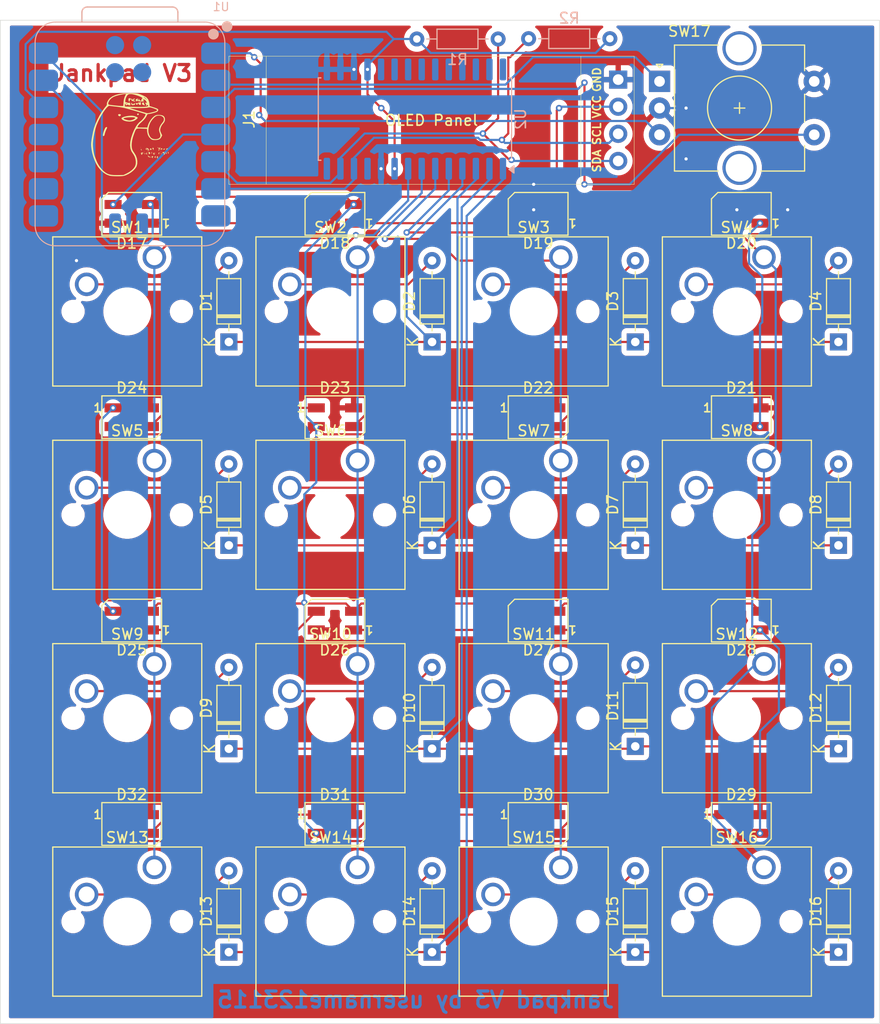
<source format=kicad_pcb>
(kicad_pcb (version 20240108) (generator "pcbnew") (generator_version "8.0")
  (layers (0 "F.Cu" signal) (31 "B.Cu" signal) (34 "B.Paste" user) (35 "F.Paste" user) (36 "B.SilkS" user "B.Silkscreen") (37 "F.SilkS" user "F.Silkscreen") (38 "B.Mask" user) (39 "F.Mask" user) (44 "Edge.Cuts" user))
  (net 0 "")
  (net 1 "Net-(D1-A)")
  (net 2 "Net-(D2-A)")
  (net 3 "Net-(D3-A)")
  (net 4 "Net-(D4-A)")
  (net 5 "Net-(D5-A)")
  (net 6 "Net-(D6-A)")
  (net 7 "Net-(D7-A)")
  (net 8 "Net-(D8-A)")
  (net 9 "Net-(D9-A)")
  (net 14 "GND")
  (net 17 "ROW0")
  (net 20 "ROW1")
  (net 21 "ROW2")
  (net 22 "Net-(D10-A)")
  (net 23 "Net-(D11-A)")
  (net 24 "Net-(D12-A)")
  (net 25 "ROW3")
  (net 26 "Net-(D13-A)")
  (net 27 "Net-(D14-A)")
  (net 28 "Net-(D15-A)")
  (net 29 "Net-(D16-A)")
  (net 30 "Net-(D17-DOUT)")
  (net 31 "+5V")
  (net 32 "NEO")
  (net 33 "Net-(D18-DOUT)")
  (net 34 "Net-(D19-DOUT)")
  (net 35 "Net-(D20-DOUT)")
  (net 36 "Net-(D21-DOUT)")
  (net 37 "Net-(D22-DOUT)")
  (net 38 "Net-(D23-DOUT)")
  (net 39 "Net-(D24-DOUT)")
  (net 40 "Net-(D25-DOUT)")
  (net 41 "Net-(D26-DOUT)")
  (net 42 "Net-(D27-DOUT)")
  (net 43 "Net-(D28-DOUT)")
  (net 44 "Net-(D29-DOUT)")
  (net 45 "Net-(D30-DOUT)")
  (net 46 "Net-(D31-DOUT)")
  (net 48 "SCL")
  (net 49 "SDA")
  (net 50 "+3.3V")
  (net 51 "COL0")
  (net 52 "COL1")
  (net 53 "COL2")
  (net 54 "COL3")
  (net 55 "Net-(U1-GPIO28_A2_D2)")
  (net 56 "Net-(U1-GPIO27_A1_D1)")
  (net 57 "Net-(U1-GPIO26_A0_D0)")
  (footprint "Diode_THT:D_DO-35_SOD27_P7.62mm_Horizontal" (layer "F.Cu") (at 90.4875 60.0075 90)
    (property "Reference" "D2")
    (property "Value" "D")
  )
  (footprint "Diode_THT:D_DO-35_SOD27_P7.62mm_Horizontal" (layer "F.Cu") (at 71.4375 98.1075 90)
    (property "Reference" "D9")
    (property "Value" "D")
  )
  (footprint "Diode_THT:D_DO-35_SOD27_P7.62mm_Horizontal" (layer "F.Cu") (at 109.5375 60.0075 90)
    (property "Reference" "D3")
    (property "Value" "D")
  )
  (footprint "Diode_THT:D_DO-35_SOD27_P7.62mm_Horizontal" (layer "F.Cu") (at 128.5875 79.0575 90)
    (property "Reference" "D8")
    (property "Value" "D")
  )
  (footprint "Diode_THT:D_DO-35_SOD27_P7.62mm_Horizontal" (layer "F.Cu") (at 90.4875 98.1075 90)
    (property "Reference" "D10")
    (property "Value" "D")
  )
  (footprint "Diode_THT:D_DO-35_SOD27_P7.62mm_Horizontal" (layer "F.Cu") (at 71.4375 117.1575 90)
    (property "Reference" "D13")
    (property "Value" "D")
  )
  (footprint "CustomLib:CustomSwitch" (layer "F.Cu") (at 102.5525 90.17)
    (property "Reference" "SW11")
    (property "Value" "SW_Push_45deg")
  )
  (footprint "Rotary_Encoder:RotaryEncoder_Alps_EC11E-Switch_Vertical_H20mm_CircularMountingHoles" (layer "F.Cu") (at 111.8125 35.6)
    (property "Reference" "SW17")
    (property "Value" "RotaryEncoder_Switch")
  )
  (footprint "CustomLib:GoofyLED" (layer "F.Cu") (at 119.48125 86.10625 180)
    (property "Reference" "D28")
    (property "Value" "SK6812MINI")
  )
  (footprint "CustomLib:GoofyLED" (layer "F.Cu") (at 62.33125 86.10625 180)
    (property "Reference" "D25")
    (property "Value" "SK6812MINI")
  )
  (footprint "KiCad-SSD1306-0.91-OLED-4pin-128x32:SSD1306-0.91-OLED-4pin-128x32" (layer "F.Cu") (at 71.4375 33.24375)
    (property "Reference" "J1")
    (property "Value" "Conn_01x04_Pin" (hide yes))
  )
  (footprint "Diode_THT:D_DO-35_SOD27_P7.62mm_Horizontal" (layer "F.Cu") (at 71.4375 79.0575 90)
    (property "Reference" "D5")
    (property "Value" "D")
  )
  (footprint "CustomLib:GoofyLED" (layer "F.Cu") (at 119.48125 67.05625)
    (property "Reference" "D21")
    (property "Value" "SK6812MINI")
  )
  (footprint "CustomLib:CustomSwitch" (layer "F.Cu") (at 121.6025 109.22)
    (property "Reference" "SW16")
    (property "Value" "SW_Push_45deg")
  )
  (footprint "CustomLib:GoofyLED" (layer "F.Cu") (at 119.48125 48.00625 180)
    (property "Reference" "D20")
    (property "Value" "SK6812MINI")
  )
  (footprint "CustomLib:CustomSwitch" (layer "F.Cu") (at 64.4525 52.07)
    (property "Reference" "SW1")
    (property "Value" "SW_Push_45deg")
  )
  (footprint "CustomLib:GoofyLED" (layer "F.Cu") (at 81.38125 48.00625 180)
    (property "Reference" "D18")
    (property "Value" "SK6812MINI")
  )
  (footprint "CustomLib:GoofyLED" (layer "F.Cu") (at 62.33125 48.00625 180)
    (property "Reference" "D17")
    (property "Value" "SK6812MINI")
  )
  (footprint "Diode_THT:D_DO-35_SOD27_P7.62mm_Horizontal" (layer "F.Cu") (at 90.4875 79.0575 90)
    (property "Reference" "D6")
    (property "Value" "D")
  )
  (footprint "CustomLib:CustomSwitch" (layer "F.Cu") (at 64.4525 71.12)
    (property "Reference" "SW5")
    (property "Value" "SW_Push_45deg")
  )
  (footprint "Diode_THT:D_DO-35_SOD27_P7.62mm_Horizontal" (layer "F.Cu") (at 128.5875 117.1575 90)
    (property "Reference" "D16")
    (property "Value" "D")
  )
  (footprint "CustomLib:GoofyLED" (layer "F.Cu") (at 81.38125 105.15625)
    (property "Reference" "D31")
    (property "Value" "SK6812MINI")
  )
  (footprint "CustomLib:GoofyLED" (layer "F.Cu") (at 81.38125 67.05625)
    (property "Reference" "D23")
    (property "Value" "SK6812MINI")
  )
  (footprint "CustomLib:CustomSwitch" (layer "F.Cu") (at 102.5525 71.12)
    (property "Reference" "SW7")
    (property "Value" "SW_Push_45deg")
  )
  (footprint "CustomLib:GoofyLED" (layer "F.Cu") (at 100.43125 48.00625 180)
    (property "Reference" "D19")
    (property "Value" "SK6812MINI")
  )
  (footprint "CustomLib:GoofyLED" (layer "F.Cu") (at 81.38125 86.10625 180)
    (property "Reference" "D26")
    (property "Value" "SK6812MINI")
  )
  (footprint "CustomLib:GoofyLED" (layer "F.Cu") (at 119.48125 105.15625)
    (property "Reference" "D29")
    (property "Value" "SK6812MINI")
  )
  (footprint "Diode_THT:D_DO-35_SOD27_P7.62mm_Horizontal" (layer "F.Cu") (at 109.5375 97.8875 90)
    (property "Reference" "D11")
    (property "Value" "D")
  )
  (footprint "CustomLib:CustomSwitch" (layer "F.Cu") (at 102.5525 109.22)
    (property "Reference" "SW15")
    (property "Value" "SW_Push_45deg")
  )
  (footprint "CustomLib:CustomSwitch" (layer "F.Cu") (at 121.6025 90.17)
    (property "Reference" "SW12")
    (property "Value" "SW_Push_45deg")
  )
  (footprint "CustomLib:CustomSwitch" (layer "F.Cu") (at 102.5525 52.07)
    (property "Reference" "SW3")
    (property "Value" "SW_Push_45deg")
  )
  (footprint "CustomLib:GoofyLED" (layer "F.Cu") (at 62.33125 105.15625)
    (property "Reference" "D32")
    (property "Value" "SK6812MINI")
  )
  (footprint "CustomLib:GoofyLED" (layer "F.Cu") (at 100.43125 105.15625)
    (property "Reference" "D30")
    (property "Value" "SK6812MINI")
  )
  (footprint "Diode_THT:D_DO-35_SOD27_P7.62mm_Horizontal" (layer "F.Cu") (at 128.5875 60.0075 90)
    (property "Reference" "D4")
    (property "Value" "D" (hide yes))
  )
  (footprint "CustomLib:CustomSwitch" (layer "F.Cu") (at 64.4525 90.17)
    (property "Reference" "SW9")
    (property "Value" "SW_Push_45deg")
  )
  (footprint "Diode_THT:D_DO-35_SOD27_P7.62mm_Horizontal" (layer "F.Cu") (at 109.5375 79.0575 90)
    (property "Reference" "D7")
    (property "Value" "D")
  )
  (footprint "Diode_THT:D_DO-35_SOD27_P7.62mm_Horizontal" (layer "F.Cu") (at 109.5375 117.1575 90)
    (property "Reference" "D15")
    (property "Value" "D")
  )
  (footprint "CustomLib:gogy" (layer "F.Cu") (at 62.22 40.58)
    (property "Reference" "G***" (hide yes))
    (property "Value" "LOGO" (hide yes))
  )
  (footprint "CustomLib:CustomSwitch" (layer "F.Cu") (at 64.4525 109.22)
    (property "Reference" "SW13")
    (property "Value" "SW_Push_45deg")
  )
  (footprint "CustomLib:CustomSwitch" (layer "F.Cu") (at 121.6025 52.07)
    (property "Reference" "SW4")
    (property "Value" "SW_Push_45deg")
  )
  (footprint "CustomLib:GoofyLED" (layer "F.Cu") (at 100.43125 86.10625 180)
    (property "Reference" "D27")
    (property "Value" "SK6812MINI")
  )
  (footprint "CustomLib:GoofyLED" (layer "F.Cu") (at 62.33125 67.05625)
    (property "Reference" "D24")
    (property "Value" "SK6812MINI")
  )
  (footprint "CustomLib:GoofyLED" (layer "F.Cu") (at 100.43125 67.05625)
    (property "Reference" "D22")
    (property "Value" "SK6812MINI")
  )
  (footprint "CustomLib:CustomSwitch" (layer "F.Cu") (at 83.5025 52.07)
    (property "Reference" "SW2")
    (property "Value" "SW_Push_45deg")
  )
  (footprint "Diode_THT:D_DO-35_SOD27_P7.62mm_Horizontal" (layer "F.Cu") (at 128.5875 98.1075 90)
    (property "Reference" "D12")
    (property "Value" "D")
  )
  (footprint "CustomLib:CustomSwitch" (layer "F.Cu") (at 83.5025 109.22)
    (property "Reference" "SW14")
    (property "Value" "SW_Push_45deg")
  )
  (footprint "CustomLib:CustomSwitch" (layer "F.Cu") (at 121.6025 71.12)
    (property "Reference" "SW8")
    (property "Value" "SW_Push_45deg")
  )
  (footprint "Diode_THT:D_DO-35_SOD27_P7.62mm_Horizontal" (layer "F.Cu") (at 71.4375 60.0075 90)
    (property "Reference" "D1")
    (property "Value" "D")
  )
  (footprint "Diode_THT:D_DO-35_SOD27_P7.62mm_Horizontal" (layer "F.Cu") (at 90.4875 117.1575 90)
    (property "Reference" "D14")
    (property "Value" "D")
  )
  (footprint "CustomLib:CustomSwitch" (layer "F.Cu") (at 83.5025 71.12)
    (property "Reference" "SW6")
    (property "Value" "SW_Push_45deg")
  )
  (footprint "CustomLib:CustomSwitch" (layer "F.Cu") (at 83.5025 90.17)
    (property "Reference" "SW10")
    (property "Value" "SW_Push_45deg")
  )
  (footprint "Package_SO:SOIC-28W_7.5x17.9mm_P1.27mm" (layer "B.Cu") (at 88.88 39.13 90)
    (property "Reference" "U2")
    (property "Value" "MCP23017_SO")
  )
  (footprint "Seeed Studio XIAO Series Library:XIAO-RP2040-SMD" (layer "B.Cu") (at 62.22 40.58 180)
    (property "Reference" "U1")
    (property "Value" "XIAO-RP2040-SMD")
  )
  (footprint "Resistor_THT:R_Axial_DIN0204_L3.6mm_D1.6mm_P7.62mm_Horizontal" (layer "B.Cu") (at 107.15625 31.6 180)
    (property "Reference" "R2")
    (property "Value" "R")
  )
  (footprint "Resistor_THT:R_Axial_DIN0204_L3.6mm_D1.6mm_P7.62mm_Horizontal" (layer "B.Cu") (at 89.05875 31.63)
    (property "Reference" "R1")
    (property "Value" "R")
  )
  (gr_rect (start 50.00625 29.875) (end 132.43 123.845) (stroke (width 0.05)) (fill none) (layer "Edge.Cuts"))
  (gr_text "Jankpad V3" (at 54.76875 35.71875 0) (layer "F.Cu") (effects (font (size 1.5 1.5) (thickness 0.3) (bold yes)) (justify left bottom)))
  (gr_text "Jankpad V3 by username123115" (at 107.7 122.5 -0) (layer "B.Cu") (effects (font (size 1.5 1.5) (thickness 0.3) (bold yes)) (justify left bottom mirror)))
  (segment (start 58.1025 54.61) (end 69.215 54.61) (width 0.2) (layer "F.Cu") (net 1))
  (segment (start 69.215 54.61) (end 71.4375 52.3875) (width 0.2) (layer "F.Cu") (net 1))
  (segment (start 88.265 54.61) (end 90.4875 52.3875) (width 0.2) (layer "F.Cu") (net 2))
  (segment (start 77.1525 54.61) (end 88.265 54.61) (width 0.2) (layer "F.Cu") (net 2))
  (segment (start 107.315 54.61) (end 109.5375 52.3875) (width 0.2) (layer "F.Cu") (net 3))
  (segment (start 96.2025 54.61) (end 107.315 54.61) (width 0.2) (layer "F.Cu") (net 3))
  (segment (start 126.365 54.61) (end 128.5875 52.3875) (width 0.2) (layer "F.Cu") (net 4))
  (segment (start 115.2525 54.61) (end 126.365 54.61) (width 0.2) (layer "F.Cu") (net 4))
  (segment (start 58.1025 73.66) (end 69.215 73.66) (width 0.2) (layer "F.Cu") (net 5))
  (segment (start 69.215 73.66) (end 71.4375 71.4375) (width 0.2) (layer "F.Cu") (net 5))
  (segment (start 88.265 73.66) (end 90.4875 71.4375) (width 0.2) (layer "F.Cu") (net 6))
  (segment (start 77.1525 73.66) (end 88.265 73.66) (width 0.2) (layer "F.Cu") (net 6))
  (segment (start 107.315 73.66) (end 109.5375 71.4375) (width 0.2) (layer "F.Cu") (net 7))
  (segment (start 96.2025 73.66) (end 107.315 73.66) (width 0.2) (layer "F.Cu") (net 7))
  (segment (start 126.365 73.66) (end 128.5875 71.4375) (width 0.2) (layer "F.Cu") (net 8))
  (segment (start 115.2525 73.66) (end 126.365 73.66) (width 0.2) (layer "F.Cu") (net 8))
  (segment (start 69.215 92.71) (end 71.4375 90.4875) (width 0.2) (layer "F.Cu") (net 9))
  (segment (start 58.1025 92.71) (end 69.215 92.71) (width 0.2) (layer "F.Cu") (net 9))
  (segment (start 98.75625 48.88125) (end 100.0125 47.625) (width 0.2) (layer "F.Cu") (net 14))
  (segment (start 117.80625 48.88125) (end 119.0625 47.625) (width 0.2) (layer "F.Cu") (net 14))
  (segment (start 117.73125 48.88125) (end 117.80625 48.88125) (width 0.2) (layer "F.Cu") (net 14))
  (segment (start 98.68125 48.88125) (end 98.75625 48.88125) (width 0.2) (layer "F.Cu") (net 14))
  (segment (start 85.705 43.78) (end 83.165 41.24) (width 0.2) (layer "F.Cu") (net 14))
  (segment (start 83.165 41.24) (end 83.165 34.48) (width 0.2) (layer "F.Cu") (net 14))
  (segment (start 114.3 38.1) (end 114.3 42.8625) (width 0.2) (layer "F.Cu") (net 14))
  (via (at 83.165 34.48) (size 0.6) (drill 0.3) (layers "F.Cu" "B.Cu") (net 14))
  (via (at 123.825 47.625) (size 0.6) (drill 0.3) (layers "F.Cu" "B.Cu") (net 14))
  (via (at 100.0125 45.24375) (size 0.6) (drill 0.3) (layers "F.Cu" "B.Cu") (net 14))
  (via (at 119.0625 47.625) (size 0.6) (drill 0.3) (layers "F.Cu" "B.Cu") (net 14))
  (via (at 100.0125 47.625) (size 0.6) (drill 0.3) (layers "F.Cu" "B.Cu") (net 14))
  (via (at 114.3 42.8625) (size 0.6) (drill 0.3) (layers "F.Cu" "B.Cu") (net 14))
  (via (at 114.3 38.1) (size 0.6) (drill 0.3) (layers "F.Cu" "B.Cu") (net 14))
  (via (at 85.705 43.78) (size 0.6) (drill 0.3) (layers "F.Cu" "B.Cu") (net 14))
  (via (at 57.15 52.3875) (size 0.6) (drill 0.3) (layers "F.Cu" "B.Cu") (net 14))
  (segment (start 57.15 38.595) (end 57.15 52.3875) (width 0.2) (layer "B.Cu") (net 14))
  (segment (start 54.055 35.5) (end 57.15 38.595) (width 0.2) (layer "B.Cu") (net 14))
  (segment (start 100.0125 47.625) (end 100.0125 45.24375) (width 0.2) (layer "B.Cu") (net 14))
  (segment (start 111.8125 38.1) (end 114.3 38.1) (width 0.2) (layer "B.Cu") (net 14))
  (segment (start 119.0625 47.625) (end 123.825 47.625) (width 0.2) (layer "B.Cu") (net 14))
  (segment (start 109.5375 60.0075) (end 128.5875 60.0075) (width 0.2) (layer "F.Cu") (net 17))
  (segment (start 90.4875 60.0075) (end 109.5375 60.0075) (width 0.2) (layer "F.Cu") (net 17))
  (segment (start 71.4375 60.0075) (end 90.4875 60.0075) (width 0.2) (layer "F.Cu") (net 17))
  (segment (start 90.4875 60.0075) (end 88.10625 57.62625) (width 0.2) (layer "B.Cu") (net 17))
  (segment (start 93.325 45.380919) (end 93.325 43.78) (width 0.2) (layer "B.Cu") (net 17))
  (segment (start 88.354779 50.35114) (end 93.325 45.380919) (width 0.2) (layer "B.Cu") (net 17))
  (segment (start 88.10625 57.62625) (end 88.10625 50.35114) (width 0.2) (layer "B.Cu") (net 17))
  (segment (start 88.10625 50.35114) (end 88.354779 50.35114) (width 0.2) (layer "B.Cu") (net 17))
  (segment (start 90.4875 79.0575) (end 109.5375 79.0575) (width 0.2) (layer "F.Cu") (net 20))
  (segment (start 109.5375 79.0575) (end 128.5875 79.0575) (width 0.2) (layer "F.Cu") (net 20))
  (segment (start 71.4375 79.0575) (end 90.4875 79.0575) (width 0.2) (layer "F.Cu") (net 20))
  (segment (start 94.595 44.804999) (end 94.595 43.78) (width 0.2) (layer "B.Cu") (net 20))
  (segment (start 90.4875 79.0575) (end 92.86875 76.67625) (width 0.2) (layer "B.Cu") (net 20))
  (segment (start 92.86875 46.531249) (end 94.595 44.804999) (width 0.2) (layer "B.Cu") (net 20))
  (segment (start 92.86875 76.67625) (end 92.86875 46.531249) (width 0.2) (layer "B.Cu") (net 20))
  (segment (start 90.4875 98.1075) (end 109.3175 98.1075) (width 0.2) (layer "F.Cu") (net 21))
  (segment (start 109.3175 98.1075) (end 109.5375 97.8875) (width 0.2) (layer "F.Cu") (net 21))
  (segment (start 109.5375 97.8875) (end 128.3675 97.8875) (width 0.2) (layer "F.Cu") (net 21))
  (segment (start 71.4375 98.1075) (end 90.4875 98.1075) (width 0.2) (layer "F.Cu") (net 21))
  (segment (start 128.3675 97.8875) (end 128.5875 98.1075) (width 0.2) (layer "F.Cu") (net 21))
  (segment (start 93.26875 47.401249) (end 95.865 44.804999) (width 0.2) (layer "B.Cu") (net 21))
  (segment (start 90.4875 98.1075) (end 93.26875 95.32625) (width 0.2) (layer "B.Cu") (net 21))
  (segment (start 95.865 44.804999) (end 95.865 43.78) (width 0.2) (layer "B.Cu") (net 21))
  (segment (start 93.26875 95.32625) (end 93.26875 47.401249) (width 0.2) (layer "B.Cu") (net 21))
  (segment (start 77.1525 92.71) (end 88.265 92.71) (width 0.2) (layer "F.Cu") (net 22))
  (segment (start 88.265 92.71) (end 90.4875 90.4875) (width 0.2) (layer "F.Cu") (net 22))
  (segment (start 96.2025 92.71) (end 107.095 92.71) (width 0.2) (layer "F.Cu") (net 23))
  (segment (start 107.095 92.71) (end 109.5375 90.2675) (width 0.2) (layer "F.Cu") (net 23))
  (segment (start 126.365 92.71) (end 128.5875 90.4875) (width 0.2) (layer "F.Cu") (net 24))
  (segment (start 115.2525 92.71) (end 126.365 92.71) (width 0.2) (layer "F.Cu") (net 24))
  (segment (start 109.5375 117.1575) (end 128.5875 117.1575) (width 0.2) (layer "F.Cu") (net 25))
  (segment (start 71.4375 117.1575) (end 90.4875 117.1575) (width 0.2) (layer "F.Cu") (net 25))
  (segment (start 90.4875 117.1575) (end 109.5375 117.1575) (width 0.2) (layer "F.Cu") (net 25))
  (segment (start 93.7325 48.207499) (end 97.135 44.804999) (width 0.2) (layer "B.Cu") (net 25))
  (segment (start 97.135 44.804999) (end 97.135 43.78) (width 0.2) (layer "B.Cu") (net 25))
  (segment (start 93.7325 113.9125) (end 93.7325 48.207499) (width 0.2) (layer "B.Cu") (net 25))
  (segment (start 90.4875 117.1575) (end 93.7325 113.9125) (width 0.2) (layer "B.Cu") (net 25))
  (segment (start 58.1025 111.76) (end 69.215 111.76) (width 0.2) (layer "F.Cu") (net 26))
  (segment (start 69.215 111.76) (end 71.4375 109.5375) (width 0.2) (layer "F.Cu") (net 26))
  (segment (start 88.265 111.76) (end 90.4875 109.5375) (width 0.2) (layer "F.Cu") (net 27))
  (segment (start 77.1525 111.76) (end 88.265 111.76) (width 0.2) (layer "F.Cu") (net 27))
  (segment (start 96.2025 111.76) (end 107.315 111.76) (width 0.2) (layer "F.Cu") (net 28))
  (segment (start 107.315 111.76) (end 109.5375 109.5375) (width 0.2) (layer "F.Cu") (net 28))
  (segment (start 115.2525 111.76) (end 126.365 111.76) (width 0.2) (layer "F.Cu") (net 29))
  (segment (start 126.365 111.76) (end 128.5875 109.5375) (width 0.2) (layer "F.Cu") (net 29))
  (segment (start 77.88125 48.88125) (end 79.63125 47.13125) (width 0.2) (layer "F.Cu") (net 30))
  (segment (start 64.08125 48.88125) (end 77.88125 48.88125) (width 0.2) (layer "F.Cu") (net 30))
  (segment (start 117.73125 106.03125) (end 117.00625 106.75625) (width 0.2) (layer "F.Cu") (net 31))
  (segment (start 83.85625 84.50625) (end 101.45625 84.50625) (width 0.2) (layer "F.Cu") (net 31))
  (segment (start 78.90625 106.75625) (end 61.30625 106.75625) (width 0.2) (layer "F.Cu") (net 31))
  (segment (start 80.35625 106.75625) (end 79.63125 106.03125) (width 0.2) (layer "F.Cu") (net 31))
  (segment (start 83.13125 85.23125) (end 83.85625 84.50625) (width 0.2) (layer "F.Cu") (net 31))
  (segment (start 101.45625 46.40625) (end 102.18125 47.13125) (width 0.2) (layer "F.Cu") (net 31))
  (segment (start 82.40625 46.40625) (end 83.13125 47.13125) (width 0.2) (layer "F.Cu") (net 31))
  (segment (start 76.2 84.50625) (end 78.427045 84.50625) (width 0.2) (layer "F.Cu") (net 31))
  (segment (start 80.35625 68.65625) (end 79.63125 67.93125) (width 0.2) (layer "F.Cu") (net 31))
  (segment (start 99.40625 106.75625) (end 98.68125 106.03125) (width 0.2) (layer "F.Cu") (net 31))
  (segment (start 79.63125 67.93125) (end 78.90625 68.65625) (width 0.2) (layer "F.Cu") (net 31))
  (segment (start 120.50625 84.50625) (end 121.23125 85.23125) (width 0.2) (layer "F.Cu") (net 31))
  (segment (start 83.85625 46.40625) (end 101.45625 46.40625) (width 0.2) (layer "F.Cu") (net 31))
  (segment (start 78.427045 84.50625) (end 78.511157 84.422138) (width 0.2) (layer "F.Cu") (net 31))
  (segment (start 117.00625 68.65625) (end 99.40625 68.65625) (width 0.2) (layer "F.Cu") (net 31))
  (segment (start 102.18125 38.3125) (end 102.39375 38.1) (width 0.2) (layer "F.Cu") (net 31))
  (segment (start 120.50625 46.40625) (end 121.23125 47.13125) (width 0.2) (layer "F.Cu") (net 31))
  (segment (start 64.80625 84.50625) (end 76.2 84.50625) (width 0.2) (layer "F.Cu") (net 31))
  (segment (start 101.45625 84.50625) (end 102.18125 85.23125) (width 0.2) (layer "F.Cu") (net 31))
  (segment (start 102.18125 47.13125) (end 102.18125 38.3125) (width 0.2) (layer "F.Cu") (net 31))
  (segment (start 79.63125 106.03125) (end 78.90625 106.75625) (width 0.2) (layer "F.Cu") (net 31))
  (segment (start 83.13125 47.13125) (end 83.85625 46.40625) (width 0.2) (layer "F.Cu") (net 31))
  (segment (start 98.68125 106.03125) (end 97.95625 106.75625) (width 0.2) (layer "F.Cu") (net 31))
  (segment (start 61.30625 106.75625) (end 60.58125 106.03125) (width 0.2) (layer "F.Cu") (net 31))
  (segment (start 102.90625 46.40625) (end 120.50625 46.40625) (width 0.2) (layer "F.Cu") (net 31))
  (segment (start 78.90625 68.65625) (end 61.30625 68.65625) (width 0.2) (layer "F.Cu") (net 31))
  (segment (start 82.40625 84.50625) (end 83.13125 85.23125) (width 0.2) (layer "F.Cu") (net 31))
  (segment (start 117.73125 67.93125) (end 117.00625 68.65625) (width 0.2) (layer "F.Cu") (net 31))
  (segment (start 64.08125 85.23125) (end 64.80625 84.50625) (width 0.2) (layer "F.Cu") (net 31))
  (segment (start 99.40625 68.65625) (end 98.68125 67.93125) (width 0.2) (layer "F.Cu") (net 31))
  (segment (start 102.18125 85.23125) (end 102.90625 84.50625) (width 0.2) (layer "F.Cu") (net 31))
  (segment (start 117.00625 106.75625) (end 99.40625 106.75625) (width 0.2) (layer "F.Cu") (net 31))
  (segment (start 97.95625 106.75625) (end 80.35625 106.75625) (width 0.2) (layer "F.Cu") (net 31))
  (segment (start 102.18125 47.13125) (end 102.90625 46.40625) (width 0.2) (layer "F.Cu") (net 31))
  (segment (start 76.2 84.50625) (end 82.40625 84.50625) (width 0.2) (layer "F.Cu") (net 31))
  (segment (start 98.68125 67.93125) (end 97.95625 68.65625) (width 0.2) (layer "F.Cu") (net 31))
  (segment (start 64.80625 46.40625) (end 82.40625 46.40625) (width 0.2) (layer "F.Cu") (net 31))
  (segment (start 64.08125 47.13125) (end 64.80625 46.40625) (width 0.2) (layer "F.Cu") (net 31))
  (segment (start 97.95625 68.65625) (end 80.35625 68.65625) (width 0.2) (layer "F.Cu") (net 31))
  (segment (start 61.30625 68.65625) (end 60.58125 67.93125) (width 0.2) (layer "F.Cu") (net 31))
  (segment (start 102.90625 84.50625) (end 120.50625 84.50625) (width 0.2) (layer "F.Cu") (net 31))
  (via (at 78.511157 84.422138) (size 0.6) (drill 0.3) (layers "F.Cu" "B.Cu") (net 31))
  (via (at 83.13125 47.13125) (size 0.6) (drill 0.3) (layers "F.Cu" "B.Cu") (net 31))
  (via (at 64.08125 47.13125) (size 0.6) (drill 0.3) (layers "F.Cu" "B.Cu") (net 31))
  (via (at 102.39375 38.1) (size 0.6) (drill 0.3) (layers "F.Cu" "B.Cu") (net 31))
  (via (at 79.63125 67.93125) (size 0.6) (drill 0.3) (layers "F.Cu" "B.Cu") (net 31))
  (via (at 79.63125 106.03125) (size 0.6) (drill 0.3) (layers "F.Cu" "B.Cu") (net 31))
  (segment (start 78.511157 74.281242) (end 79.63125 73.161149) (width 0.2) (layer "B.Cu") (net 31))
  (segment (start 78.6125 66.9125) (end 78.6125 51.65) (width 0.2) (layer "B.Cu") (net 31))
  (segment (start 79.63125 67.93125) (end 78.6125 66.9125) (width 0.2) (layer "B.Cu") (net 31))
  (segment (start 78.5525 104.9525) (end 79.63125 106.03125) (width 0.2) (layer "B.Cu") (net 31))
  (segment (start 102.52 37.97375) (end 107.9375 37.97375) (width 0.2) (layer "B.Cu") (net 31))
  (segment (start 59.53125 38.43625) (end 59.53125 50.054042) (width 0.2) (layer "B.Cu") (net 31))
  (segment (start 78.511157 84.422138) (end 78.511157 74.281242) (width 0.2) (layer "B.Cu") (net 31))
  (segment (start 59.53125 50.054042) (end 60.247208 50.77) (width 0.2) (layer "B.Cu") (net 31))
  (segment (start 78.5525 84.463481) (end 78.5525 104.9525) (width 0.2) (layer "B.Cu") (net 31))
  (segment (start 63.828792 50.77) (end 64.29375 50.305042) (width 0.2) (layer "B.Cu") (net 31))
  (segment (start 54.055 32.96) (end 59.53125 38.43625) (width 0.2) (layer "B.Cu") (net 31))
  (segment (start 78.6125 51.65) (end 83.13125 47.13125) (width 0.2) (layer "B.Cu") (net 31))
  (segment (start 64.29375 50.305042) (end 64.29375 47.34375) (width 0.2) (layer "B.Cu") (net 31))
  (segment (start 60.247208 50.77) (end 63.828792 50.77) (width 0.2) (layer "B.Cu") (net 31))
  (segment (start 64.29375 47.34375) (end 64.08125 47.13125) (width 0.2) (layer "B.Cu") (net 31))
  (segment (start 79.63125 73.161149) (end 79.63125 67.93125) (width 0.2) (layer "B.Cu") (net 31))
  (segment (start 102.39375 38.1) (end 102.52 37.97375) (width 0.2) (layer "B.Cu") (net 31))
  (segment (start 78.511157 84.422138) (end 78.5525 84.463481) (width 0.2) (layer "B.Cu") (net 31))
  (via (at 60.58125 47.13125) (size 0.6) (drill 0.3) (layers "F.Cu" "B.Cu") (net 32))
  (segment (start 67.1325 40.58) (end 60.58125 47.13125) (width 0.2) (layer "B.Cu") (net 32))
  (segment (start 70.22 40.58) (end 67.1325 40.58) (width 0.2) (layer "B.Cu") (net 32))
  (segment (start 83.13125 48.88125) (end 96.93125 48.88125) (width 0.2) (layer "F.Cu") (net 33))
  (segment (start 96.93125 48.88125) (end 98.68125 47.13125) (width 0.2) (layer "F.Cu") (net 33))
  (segment (start 115.98125 48.88125) (end 117.73125 47.13125) (width 0.2) (layer "F.Cu") (net 34))
  (segment (start 102.18125 48.88125) (end 115.98125 48.88125) (width 0.2) (layer "F.Cu") (net 34))
  (via (at 121.23125 48.88125) (size 0.6) (drill 0.3) (layers "F.Cu" "B.Cu") (net 35))
  (via (at 121.23125 67.93125) (size 0.6) (drill 0.3) (layers "F.Cu" "B.Cu") (net 35))
  (segment (start 121.44375 53.891149) (end 120.2025 52.649899) (width 0.2) (layer "B.Cu") (net 35))
  (segment (start 121.44375 58.151694) (end 121.44375 53.891149) (width 0.2) (layer "B.Cu") (net 35))
  (segment (start 120.2025 49.91) (end 121.23125 48.88125) (width 0.2) (layer "B.Cu") (net 35))
  (segment (start 120.2025 52.649899) (end 120.2025 49.91) (width 0.2) (layer "B.Cu") (net 35))
  (segment (start 121.23125 67.93125) (end 121.23125 58.364194) (width 0.2) (layer "B.Cu") (net 35))
  (segment (start 121.23125 58.364194) (end 121.44375 58.151694) (width 0.2) (layer "B.Cu") (net 35))
  (segment (start 103.93125 66.18125) (end 102.18125 67.93125) (width 0.2) (layer "F.Cu") (net 36))
  (segment (start 117.73125 66.18125) (end 103.93125 66.18125) (width 0.2) (layer "F.Cu") (net 36))
  (segment (start 98.68125 66.18125) (end 84.88125 66.18125) (width 0.2) (layer "F.Cu") (net 37))
  (segment (start 84.88125 66.18125) (end 83.13125 67.93125) (width 0.2) (layer "F.Cu") (net 37))
  (segment (start 65.83125 66.18125) (end 64.08125 67.93125) (width 0.2) (layer "F.Cu") (net 38))
  (segment (start 79.63125 66.18125) (end 65.83125 66.18125) (width 0.2) (layer "F.Cu") (net 38))
  (via (at 60.58125 66.18125) (size 0.6) (drill 0.3) (layers "F.Cu" "B.Cu") (net 39))
  (via (at 60.58125 85.23125) (size 0.6) (drill 0.3) (layers "F.Cu" "B.Cu") (net 39))
  (segment (start 59.53125 84.18125) (end 60.58125 85.23125) (width 0.2) (layer "B.Cu") (net 39))
  (segment (start 60.58125 66.18125) (end 59.53125 67.23125) (width 0.2) (layer "B.Cu") (net 39))
  (segment (start 59.53125 67.23125) (end 59.53125 84.18125) (width 0.2) (layer "B.Cu") (net 39))
  (segment (start 64.08125 86.98125) (end 77.88125 86.98125) (width 0.2) (layer "F.Cu") (net 40))
  (segment (start 77.88125 86.98125) (end 79.63125 85.23125) (width 0.2) (layer "F.Cu") (net 40))
  (segment (start 96.93125 86.98125) (end 98.68125 85.23125) (width 0.2) (layer "F.Cu") (net 41))
  (segment (start 83.13125 86.98125) (end 96.93125 86.98125) (width 0.2) (layer "F.Cu") (net 41))
  (segment (start 102.18125 86.98125) (end 115.98125 86.98125) (width 0.2) (layer "F.Cu") (net 42))
  (segment (start 115.98125 86.98125) (end 117.73125 85.23125) (width 0.2) (layer "F.Cu") (net 42))
  (via (at 121.23125 106.03125) (size 0.6) (drill 0.3) (layers "F.Cu" "B.Cu") (net 43))
  (via (at 121.23125 86.98125) (size 0.6) (drill 0.3) (layers "F.Cu" "B.Cu") (net 43))
  (segment (start 123.0025 88.7525) (end 123.0025 94.692944) (width 0.2) (layer "B.Cu") (net 43))
  (segment (start 123.0025 94.692944) (end 121.23125 96.464194) (width 0.2) (layer "B.Cu") (net 43))
  (segment (start 121.23125 96.464194) (end 121.23125 106.03125) (width 0.2) (layer "B.Cu") (net 43))
  (segment (start 121.23125 86.98125) (end 123.0025 88.7525) (width 0.2) (layer "B.Cu") (net 43))
  (segment (start 117.73125 104.28125) (end 103.93125 104.28125) (width 0.2) (layer "F.Cu") (net 44))
  (segment (start 103.93125 104.28125) (end 102.18125 106.03125) (width 0.2) (layer "F.Cu") (net 44))
  (segment (start 84.88125 104.28125) (end 83.13125 106.03125) (width 0.2) (layer "F.Cu") (net 45))
  (segment (start 98.68125 104.28125) (end 84.88125 104.28125) (width 0.2) (layer "F.Cu") (net 45))
  (segment (start 79.63125 104.28125) (end 65.83125 104.28125) (width 0.2) (layer "F.Cu") (net 46))
  (segment (start 65.83125 104.28125) (end 64.08125 106.03125) (width 0.2) (layer "F.Cu") (net 46))
  (segment (start 97.63125 40.48125) (end 97.03125 41.08125) (width 0.2) (layer "F.Cu") (net 48))
  (segment (start 97.79875 33.3375) (end 99.53625 31.6) (width 0.2) (layer "F.Cu") (net 48))
  (segment (start 97.63125 33.3375) (end 97.79875 33.3375) (width 0.2) (layer "F.Cu") (net 48))
  (segment (start 97.63125 40.48125) (end 97.63125 33.3375) (width 0.2) (layer "F.Cu") (net 48))
  (via (at 97.03125 41.08125) (size 0.6) (drill 0.3) (layers "F.Cu" "B.Cu") (net 48))
  (segment (start 107.9375 40.51375) (end 107.0875 41.36375) (width 0.2) (layer "B.Cu") (net 48))
  (segment (start 83.165 44.804999) (end 83.165 43.78) (width 0.2) (layer "B.Cu") (net 48))
  (segment (start 82.309999 45.66) (end 83.165 44.804999) (width 0.2) (layer "B.Cu") (net 48))
  (segment (start 85.038751 40.88125) (end 94.801471 40.88125) (width 0.2) (layer "B.Cu") (net 48))
  (segment (start 83.165 42.755001) (end 85.038751 40.88125) (width 0.2) (layer "B.Cu") (net 48))
  (segment (start 95.001471 41.08125) (end 97.03125 41.08125) (width 0.2) (layer "B.Cu") (net 48))
  (segment (start 97.31375 41.36375) (end 97.03125 41.08125) (width 0.2) (layer "B.Cu") (net 48))
  (segment (start 70.22 45.66) (end 82.309999 45.66) (width 0.2) (layer "B.Cu") (net 48))
  (segment (start 94.801471 40.88125) (end 95.001471 41.08125) (width 0.2) (layer "B.Cu") (net 48))
  (segment (start 83.165 43.78) (end 83.165 42.755001) (width 0.2) (layer "B.Cu") (net 48))
  (segment (start 107.0875 41.36375) (end 97.31375 41.36375) (width 0.2) (layer "B.Cu") (net 48))
  (segment (start 95.25 40.48125) (end 96.67875 39.0525) (width 0.2) (layer "F.Cu") (net 49))
  (segment (start 96.67875 39.0525) (end 96.67875 31.63) (width 0.2) (layer "F.Cu") (net 49))
  (segment (start 95.25 40.48125) (end 97.71951 42.95076) (width 0.2) (layer "F.Cu") (net 49))
  (segment (start 97.71951 42.95076) (end 97.934999 42.95076) (width 0.2) (layer "F.Cu") (net 49))
  (via (at 95.25 40.48125) (size 0.6) (drill 0.3) (layers "F.Cu" "B.Cu") (net 49))
  (via (at 97.934999 42.95076) (size 0.6) (drill 0.3) (layers "F.Cu" "B.Cu") (net 49))
  (segment (start 98.037989 43.05375) (end 107.9375 43.05375) (width 0.2) (layer "B.Cu") (net 49))
  (segment (start 84.168751 40.48125) (end 95.25 40.48125) (width 0.2) (layer "B.Cu") (net 49))
  (segment (start 81.895 43.78) (end 81.895 42.755001) (width 0.2) (layer "B.Cu") (net 49))
  (segment (start 81.895 42.755001) (end 84.168751 40.48125) (width 0.2) (layer "B.Cu") (net 49))
  (segment (start 70.22 43.12) (end 72.205 45.105) (width 0.2) (layer "B.Cu") (net 49))
  (segment (start 72.205 45.105) (end 80.965552 45.105) (width 0.2) (layer "B.Cu") (net 49))
  (segment (start 80.965552 45.105) (end 81.895 44.175552) (width 0.2) (layer "B.Cu") (net 49))
  (segment (start 97.934999 42.95076) (end 98.037989 43.05375) (width 0.2) (layer "B.Cu") (net 49))
  (segment (start 81.895 44.175552) (end 81.895 43.78) (width 0.2) (layer "B.Cu") (net 49))
  (segment (start 84.435 36.81) (end 84.435 34.48) (width 0.2) (layer "F.Cu") (net 50))
  (segment (start 85.725 38.1) (end 84.435 36.81) (width 0.2) (layer "F.Cu") (net 50))
  (segment (start 86.975 39.35) (end 86.975 43.78) (width 0.2) (layer "F.Cu") (net 50))
  (segment (start 85.725 38.1) (end 86.975 39.35) (width 0.2) (layer "F.Cu") (net 50))
  (via (at 86.975 43.78) (size 0.6) (drill 0.3) (layers "F.Cu" "B.Cu") (net 50))
  (via (at 85.725 38.1) (size 0.6) (drill 0.3) (layers "F.Cu" "B.Cu") (net 50))
  (via (at 84.435 34.48) (size 0.6) (drill 0.3) (layers "F.Cu" "B.Cu") (net 50))
  (segment (start 52.38 32.121358) (end 53.545108 30.95625) (width 0.2) (layer "B.Cu") (net 50))
  (segment (start 54.055 38.04) (end 52.38 36.365) (width 0.2) (layer "B.Cu") (net 50))
  (segment (start 84.435 35.504999) (end 84.435 34.48) (width 0.2) (layer "B.Cu") (net 50))
  (segment (start 86.889448 31.63) (end 89.05875 31.63) (width 0.2) (layer "B.Cu") (net 50))
  (segment (start 90.36625 32.9375) (end 89.05875 31.63) (width 0.2) (layer "B.Cu") (net 50))
  (segment (start 107.15625 31.6) (end 105.81875 32.9375) (width 0.2) (layer "B.Cu") (net 50))
  (segment (start 52.38 36.365) (end 52.38 32.121358) (width 0.2) (layer "B.Cu") (net 50))
  (segment (start 84.435 34.48) (end 84.435 34.084448) (width 0.2) (layer "B.Cu") (net 50))
  (segment (start 105.81875 32.9375) (end 90.36625 32.9375) (width 0.2) (layer "B.Cu") (net 50))
  (segment (start 53.545108 30.95625) (end 86.215698 30.95625) (width 0.2) (layer "B.Cu") (net 50))
  (segment (start 86.215698 30.95625) (end 86.889448 31.63) (width 0.2) (layer "B.Cu") (net 50))
  (segment (start 84.435 34.084448) (end 86.889448 31.63) (width 0.2) (layer "B.Cu") (net 50))
  (segment (start 82.379999 50.970001) (end 83.34375 50.00625) (width 0.2) (layer "F.Cu") (net 51))
  (segment (start 65.552499 50.970001) (end 82.379999 50.970001) (width 0.2) (layer "F.Cu") (net 51))
  (segment (start 64.4525 52.07) (end 65.552499 50.970001) (width 0.2) (layer "F.Cu") (net 51))
  (via (at 83.34375 50.00625) (size 0.6) (drill 0.3) (layers "F.Cu" "B.Cu") (net 51))
  (segment (start 64.4525 109.22) (end 64.4525 90.17) (width 0.2) (layer "B.Cu") (net 51))
  (segment (start 64.4525 90.17) (end 64.4525 71.12) (width 0.2) (layer "B.Cu") (net 51))
  (segment (start 85.000564 50.00625) (end 88.245 46.761814) (width 0.2) (layer "B.Cu") (net 51))
  (segment (start 83.34375 50.00625) (end 85.000564 50.00625) (width 0.2) (layer "B.Cu") (net 51))
  (segment (start 88.245 46.761814) (end 88.245 43.78) (width 0.2) (layer "B.Cu") (net 51))
  (segment (start 64.4525 71.12) (end 64.4525 52.07) (width 0.2) (layer "B.Cu") (net 51))
  (segment (start 83.5025 52.07) (end 89.515 46.0575) (width 0.2) (layer "B.Cu") (net 52))
  (segment (start 89.515 46.0575) (end 89.515 43.78) (width 0.2) (layer "B.Cu") (net 52))
  (segment (start 83.5025 71.12) (end 83.5025 90.17) (width 0.2) (layer "B.Cu") (net 52))
  (segment (start 83.5025 52.07) (end 83.5025 71.12) (width 0.2) (layer "B.Cu") (net 52))
  (segment (start 83.5025 90.17) (end 83.5025 109.22) (width 0.2) (layer "B.Cu") (net 52))
  (segment (start 102.235 52.3875) (end 92.86875 52.3875) (width 0.2) (layer "F.Cu") (net 53))
  (segment (start 102.5525 52.07) (end 102.235 52.3875) (width 0.2) (layer "F.Cu") (net 53))
  (segment (start 90.83239 50.35114) (end 86.06989 50.35114) (width 0.2) (layer "F.Cu") (net 53))
  (segment (start 92.86875 52.3875) (end 90.83239 50.35114) (width 0.2) (layer "F.Cu") (net 53))
  (via (at 86.06989 50.35114) (size 0.6) (drill 0.3) (layers "F.Cu" "B.Cu") (net 53))
  (segment (start 90.785 45.63603) (end 90.785 43.78) (width 0.2) (layer "B.Cu") (net 53))
  (segment (start 86.06989 50.35114) (end 90.785 45.63603) (width 0.2) (layer "B.Cu") (net 53))
  (segment (start 102.5525 52.07) (end 102.5525 71.12) (width 0.2) (layer "B.Cu") (net 53))
  (segment (start 102.5525 71.12) (end 102.5525 90.17) (width 0.2) (layer "B.Cu") (net 53))
  (segment (start 102.5525 90.17) (end 102.5525 109.22) (width 0.2) (layer "B.Cu") (net 53))
  (segment (start 88.10625 49.75114) (end 119.28364 49.75114) (width 0.2) (layer "F.Cu") (net 54))
  (segment (start 119.28364 49.75114) (end 121.6025 52.07) (width 0.2) (layer "F.Cu") (net 54))
  (via (at 88.10625 49.75114) (size 0.6) (drill 0.3) (layers "F.Cu" "B.Cu") (net 54))
  (segment (start 122.702499 53.169999) (end 121.6025 52.07) (width 0.2) (layer "B.Cu") (net 54))
  (segment (start 88.10625 49.75114) (end 92.055 45.80239) (width 0.2) (layer "B.Cu") (net 54))
  (segment (start 122.702499 70.020001) (end 122.702499 53.169999) (width 0.2) (layer "B.Cu") (net 54))
  (segment (start 116.7125 104.33) (end 116.7125 94.276598) (width 0.2) (layer "B.Cu") (net 54))
  (segment (start 121.6025 109.22) (end 116.7125 104.33) (width 0.2) (layer "B.Cu") (net 54))
  (segment (start 120.502501 78.083401) (end 121.6025 76.983402) (width 0.2) (layer "B.Cu") (net 54))
  (segment (start 92.055 45.80239) (end 92.055 43.78) (width 0.2) (layer "B.Cu") (net 54))
  (segment (start 121.6025 76.983402) (end 121.6025 71.12) (width 0.2) (layer "B.Cu") (net 54))
  (segment (start 121.6025 90.17) (end 120.502501 89.070001) (width 0.2) (layer "B.Cu") (net 54))
  (segment (start 120.502501 89.070001) (end 120.502501 78.083401) (width 0.2) (layer "B.Cu") (net 54))
  (segment (start 120.819098 90.17) (end 121.6025 90.17) (width 0.2) (layer "B.Cu") (net 54))
  (segment (start 121.6025 71.12) (end 122.702499 70.020001) (width 0.2) (layer "B.Cu") (net 54))
  (segment (start 116.7125 94.276598) (end 120.819098 90.17) (width 0.2) (layer "B.Cu") (net 54))
  (segment (start 104.775 45.24375) (end 104.775 35.71875) (width 0.2) (layer "F.Cu") (net 55))
  (via (at 104.775 35.71875) (size 0.6) (drill 0.3) (layers "F.Cu" "B.Cu") (net 55))
  (via (at 104.775 45.24375) (size 0.6) (drill 0.3) (layers "F.Cu" "B.Cu") (net 55))
  (segment (start 126.3125 40.6) (end 113.650978 40.6) (width 0.2) (layer "B.Cu") (net 55))
  (segment (start 113.650978 40.6) (end 109.007228 45.24375) (width 0.2) (layer "B.Cu") (net 55))
  (segment (start 71.955001 36.304999) (end 70.22 38.04) (width 0.2) (layer "B.Cu") (net 55))
  (segment (start 104.775 35.71875) (end 104.188751 36.304999) (width 0.2) (layer "B.Cu") (net 55))
  (segment (start 109.007228 45.24375) (end 104.775 45.24375) (width 0.2) (layer "B.Cu") (net 55))
  (segment (start 104.188751 36.304999) (end 71.955001 36.304999) (width 0.2) (layer "B.Cu") (net 55))
  (segment (start 70.624999 35.904999) (end 70.22 35.5) (width 0.2) (layer "B.Cu") (net 56))
  (segment (start 97.375553 35.904999) (end 70.624999 35.904999) (width 0.2) (layer "B.Cu") (net 56))
  (segment (start 111.8125 35.6) (end 109.55 33.3375) (width 0.2) (layer "B.Cu") (net 56))
  (segment (start 109.55 33.3375) (end 99.943052 33.3375) (width 0.2) (layer "B.Cu") (net 56))
  (segment (start 99.943052 33.3375) (end 97.375553 35.904999) (width 0.2) (layer "B.Cu") (net 56))
  (segment (start 74.41875 33.9375) (end 73.81875 33.3375) (width 0.2) (layer "F.Cu") (net 57))
  (segment (start 74.280632 38.7532) (end 74.41875 38.615082) (width 0.2) (layer "F.Cu") (net 57))
  (segment (start 74.41875 38.615082) (end 74.41875 33.9375) (width 0.2) (layer "F.Cu") (net 57))
  (via (at 74.280632 38.7532) (size 0.6) (drill 0.3) (layers "F.Cu" "B.Cu") (net 57))
  (via (at 73.81875 33.3375) (size 0.6) (drill 0.3) (layers "F.Cu" "B.Cu") (net 57))
  (segment (start 73.81875 33.3375) (end 73.44125 32.96) (width 0.2) (layer "B.Cu") (net 57))
  (segment (start 74.837432 39.31) (end 74.280632 38.7532) (width 0.2) (layer "B.Cu") (net 57))
  (segment (start 111.8125 40.6) (end 110.5225 39.31) (width 0.2) (layer "B.Cu") (net 57))
  (segment (start 110.5225 39.31) (end 74.837432 39.31) (width 0.2) (layer "B.Cu") (net 57))
  (segment (start 73.44125 32.96) (end 70.22 32.96) (width 0.2) (layer "B.Cu") (net 57))
  (zone (net 14) (net_name "GND") (layers "F&B.Cu") (connect_pads (clearance 0.5)) (min_thickness 0.25) (fill yes (thermal_gap 0.5) (thermal_bridge_width 0.5))
    (polygon (pts (xy 50.91 29.98) (xy 50.82 123.76) (xy 132.42 123.87) (xy 132.5 29.86)))
  )
)
</source>
